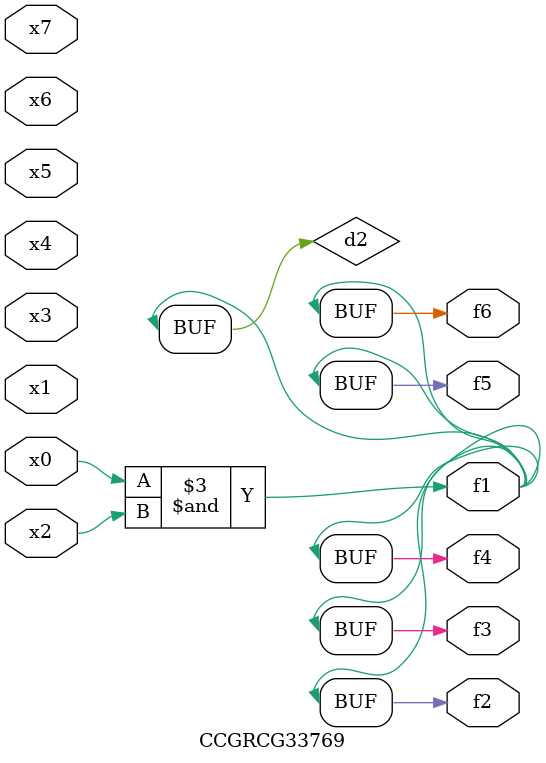
<source format=v>
module CCGRCG33769(
	input x0, x1, x2, x3, x4, x5, x6, x7,
	output f1, f2, f3, f4, f5, f6
);

	wire d1, d2;

	nor (d1, x3, x6);
	and (d2, x0, x2);
	assign f1 = d2;
	assign f2 = d2;
	assign f3 = d2;
	assign f4 = d2;
	assign f5 = d2;
	assign f6 = d2;
endmodule

</source>
